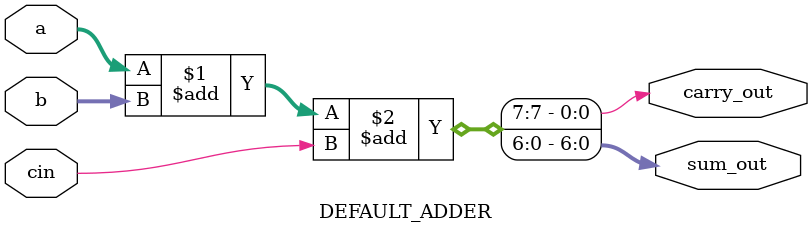
<source format=v>
`timescale 1ns / 1ps


module DEFAULT_ADDER(
        output carry_out,
        output [6:0]sum_out,
        input [6:0]a,
        input [6:0]b,
        input cin
    );
    
    assign {carry_out,sum_out} = a + b + cin;
endmodule

</source>
